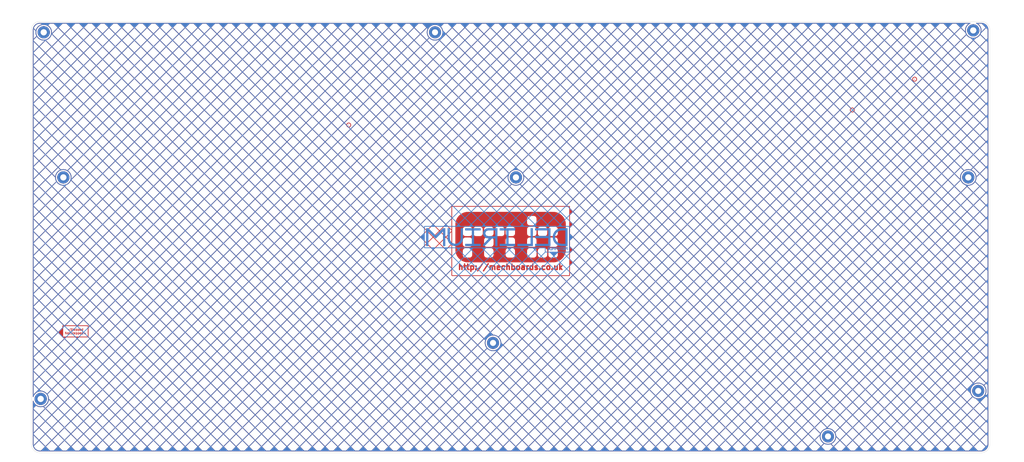
<source format=kicad_pcb>
(kicad_pcb (version 20211014) (generator pcbnew)
  (title_block (title "EnvKB") (date "2021-04-06") (rev "Rev.1"))
  (layers (0 "F.Cu" signal) (31 "B.Cu" signal) (34 "B.Paste" user) (35 "F.Paste" user) (36 "B.SilkS" user "B.Silkscreen") (37 "F.SilkS" user "F.Silkscreen") (38 "B.Mask" user) (39 "F.Mask" user) (44 "Edge.Cuts" user))
  (net 0 "")
  (footprint "MountingHole:MountingHole_2.2mm_M2_Pad" (layer "F.Cu") (at 376 116)
    (fp_text reference "H10")
    (fp_text value "MountingHole")
  )
  (footprint "MountingHole:MountingHole_2.2mm_M2_Pad" (layer "F.Cu") (at 379.6 193.4)
    (fp_text reference "H4")
    (fp_text value "MountingHole")
  )
  (footprint "MountingHole:MountingHole_2.2mm_M2_Pad" (layer "F.Cu") (at 212.2 116)
    (fp_text reference "H6")
    (fp_text value "MountingHole")
  )
  (footprint "MountingHole:MountingHole_2.2mm_M2_Pad" (layer "F.Cu") (at 377.8 62.7)
    (fp_text reference "H1")
    (fp_text value "MountingHole")
  )
  (footprint "MountingHole:MountingHole_2.2mm_M2_Pad" (layer "F.Cu") (at 40.1 196.3)
    (fp_text reference "H3")
    (fp_text value "MountingHole")
  )
  (footprint "MountingHole:MountingHole_2.2mm_M2_Pad" (layer "F.Cu") (at 41.2 63.4)
    (fp_text reference "H0")
    (fp_text value "MountingHole")
  )
  (footprint "MountingHole:MountingHole_2.2mm_M2_Pad" (layer "F.Cu") (at 48.3 116)
    (fp_text reference "H9")
    (fp_text value "MountingHole")
  )
  (footprint "MountingHole:MountingHole_2.2mm_M2_Pad" (layer "F.Cu") (at 48.3 116)
    (fp_text reference "H9")
    (fp_text value "MountingHole")
  )
  (footprint "MountingHole:MountingHole_2.2mm_M2_Pad" (layer "F.Cu") (at 376 116)
    (fp_text reference "H10")
    (fp_text value "MountingHole")
  )
  (footprint "MountingHole:MountingHole_2.2mm_M2_Pad" (layer "F.Cu") (at 325.2 209.9)
    (fp_text reference "H4")
    (fp_text value "MountingHole")
  )
  (footprint "MountingHole:MountingHole_2.2mm_M2_Pad" (layer "F.Cu") (at 212.2 116)
    (fp_text reference "H6")
    (fp_text value "MountingHole")
  )
  (footprint "MountingHole:MountingHole_2.2mm_M2_Pad" (layer "F.Cu") (at 182.9 63.4)
    (fp_text reference "H11")
    (fp_text value "MountingHole")
  )
  (footprint "MountingHole:MountingHole_2.2mm_M2_Pad" (layer "F.Cu") (at 40.1 196.3)
    (fp_text reference "H3")
    (fp_text value "MountingHole")
  )
  (footprint "MountingHole:MountingHole_2.2mm_M2_Pad" (layer "F.Cu") (at 41.2 63.4)
    (fp_text reference "H0")
    (fp_text value "MountingHole")
  )
  (footprint "MountingHole:MountingHole_2.2mm_M2_Pad" (layer "F.Cu") (at 203.9 176)
    (fp_text reference "H7")
    (fp_text value "MountingHole")
  )
  (footprint "MechboardsLogo:mechboardsLOGO_40mm" (layer "F.Cu") (at 210.27 137.63)
    (fp_text reference "Ref**" hide)
    (fp_text value "Val**" hide)
  )
  (footprint "MountingHole:MountingHole_2.2mm_M2_Pad" (layer "F.Cu") (at 377.8 62.7)
    (fp_text reference "H1")
    (fp_text value "MountingHole")
  )
  (footprint "kibuzzard-628ADF99" (layer "B.Cu") (at 227.196036 141.84 180)
    (fp_text reference "kibuzzard-628ADF99" hide)
    (fp_text value "G***" hide)
  )
  (footprint "kibuzzard-628AE061" (layer "B.Cu") (at 205.296036 137.64 180)
    (fp_text reference "kibuzzard-628AE061" hide)
    (fp_text value "G***" hide)
  )
  (gr_arc (start 383.767 212.785) (mid 382.88832 214.90632) (end 380.767 215.785) (layer "Edge.Cuts") (width 0.1))
  (gr_line (start 205.56396 59.49) (end 39.767 59.485) (layer "Edge.Cuts") (width 0.1))
  (gr_line (start 383.767 62.485) (end 383.767 212.785) (layer "Edge.Cuts") (width 0.1))
  (gr_arc (start 36.767 62.485) (mid 37.64568 60.36368) (end 39.767 59.485) (layer "Edge.Cuts") (width 0.1))
  (gr_arc (start 39.767 215.785) (mid 37.64568 214.90632) (end 36.767 212.785) (layer "Edge.Cuts") (width 0.1))
  (gr_line (start 380.767 59.485) (end 205.56396 59.49) (layer "Edge.Cuts") (width 0.1))
  (gr_line (start 36.767 212.785) (end 36.767 62.485) (layer "Edge.Cuts") (width 0.1))
  (gr_line (start 380.767 215.785) (end 39.767 215.785) (layer "Edge.Cuts") (width 0.1))
  (gr_arc (start 380.767 59.485) (mid 382.88832 60.36368) (end 383.767 62.485) (layer "Edge.Cuts") (width 0.1))
  (gr_text "<Stepped\nNotStepped>" (at 52.7 171.8) (layer "F.Cu") (effects (font (size 0.8 0.8))))
  (gr_text "http://mechboards.co.uk" (at 210.27 148.49) (layer "F.Cu") (effects (font (size 2 2) (thickness 0.5))))
  (segment (start 356.575015 80.385009) (end 356.574993 80.385) (width 0.2) (layer "F.Cu") (net 0))
  (segment (start 334.005698 91.565704) (end 334.005707 91.565698) (width 0.2) (layer "F.Cu") (net 0))
  (arc (start 334.005705 91.565702) (mid 334.005703 91.565702) (end 334.005698 91.565704) (width 0.2) (layer "F.Cu") (net 0))
  (arc (start 356.575015 80.385009) (mid 356.575008 80.385006) (end 356.575009 80.385009) (width 0.2) (layer "F.Cu") (net 0))
  (arc (start 151.65002 97.010005) (mid 151.650016 97.01001) (end 151.65001 97.01001) (width 0.2) (layer "F.Cu") (net 0))
  (arc (start 151.65001 97.01003) (mid 151.650017 97.010018) (end 151.65002 97.010005) (width 0.2) (layer "F.Cu") (net 0))
  (arc (start 334.005705 91.565702) (mid 334.005702 91.565702) (end 334.0057 91.565703) (width 0.2) (layer "F.Cu") (net 0))
  (arc (start 334.005707 91.565698) (mid 334.005705 91.5657) (end 334.005705 91.565702) (width 0.2) (layer "F.Cu") (net 0))
  (arc (start 356.575009 80.385009) (mid 356.575 80.385002) (end 356.574993 80.385) (width 0.2) (layer "F.Cu") (net 0))
  (arc (start 151.65001 97.01003) (mid 151.650014 97.01002) (end 151.65001 97.01001) (width 0.2) (layer "F.Cu") (net 0))
  (arc (start 334.005706 91.5657) (mid 334.005704 91.565701) (end 334.005705 91.565702) (width 0.2) (layer "F.Cu") (net 0))
  (zone (net 0) (net_name "") (layer "F.Cu") (connect_pads (clearance 0)) (min_thickness 0.254)
    (keepout (tracks not_allowed) (vias not_allowed) (pads not_allowed) (copperpour not_allowed) (footprints not_allowed))
    (fill (thermal_gap 0.508) (thermal_bridge_width 0.508))
    (polygon (pts (xy 231.505 151.46) (xy 189.1 151.46) (xy 189.1 126.65) (xy 231.505 126.65)))
  )
  (zone (net 0) (net_name "") (layers F&B.Cu) (priority 1) (connect_pads yes (clearance 0.5)) (min_thickness 0.25) (fill yes (mode hatch) (thermal_gap 0.508) (thermal_bridge_width 0.508) (smoothing fillet) (radius 5) (hatch_thickness 0.255) (hatch_gap 3) (hatch_orientation 45) (hatch_border_algorithm hatch_thickness) (hatch_min_hole_area 0.3))
    (polygon (pts (xy 383.825 215.835) (xy 36.7 215.835) (xy 36.7 59.44) (xy 383.825 59.44)))
  )
  (zone (net 0) (net_name "") (layer "B.Cu") (connect_pads (clearance 0)) (min_thickness 0.254)
    (keepout (tracks not_allowed) (vias not_allowed) (pads not_allowed) (copperpour not_allowed) (footprints not_allowed))
    (fill (thermal_gap 0.508) (thermal_bridge_width 0.508))
    (polygon (pts (xy 231.425 142.925) (xy 222.95 142.925) (xy 222.95 141.375) (xy 179.175 141.375) (xy 179.175 133.9) (xy 231.425 133.9)))
  )
)
</source>
